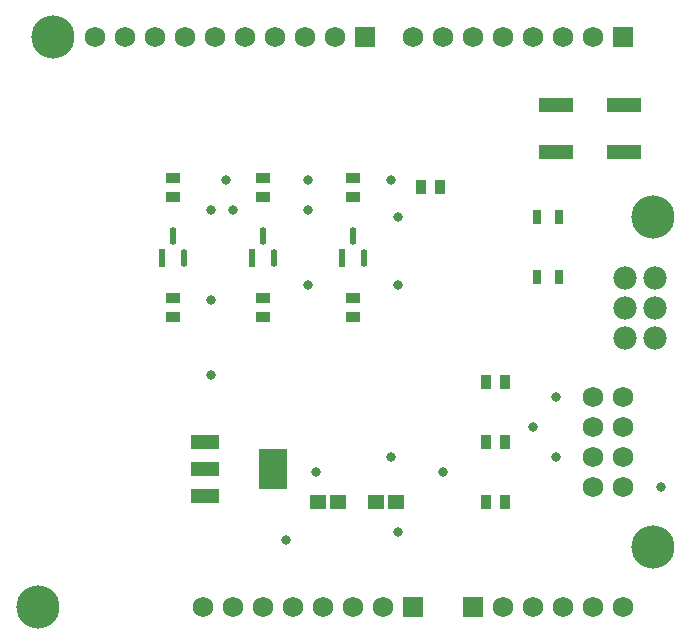
<source format=gts>
G04*
G04 #@! TF.GenerationSoftware,Altium Limited,Altium Designer,26.2.0 (7)*
G04*
G04 Layer_Color=8388736*
%FSLAX44Y44*%
%MOMM*%
G71*
G04*
G04 #@! TF.SameCoordinates,07046FA8-F61C-4276-8BF4-9B4F64F1D9A8*
G04*
G04*
G04 #@! TF.FilePolarity,Negative*
G04*
G01*
G75*
%ADD13R,1.2621X0.8081*%
G04:AMPARAMS|DCode=14|XSize=1.5242mm|YSize=0.578mm|CornerRadius=0.289mm|HoleSize=0mm|Usage=FLASHONLY|Rotation=90.000|XOffset=0mm|YOffset=0mm|HoleType=Round|Shape=RoundedRectangle|*
%AMROUNDEDRECTD14*
21,1,1.5242,0.0000,0,0,90.0*
21,1,0.9463,0.5780,0,0,90.0*
1,1,0.5780,0.0000,0.4731*
1,1,0.5780,0.0000,-0.4731*
1,1,0.5780,0.0000,-0.4731*
1,1,0.5780,0.0000,0.4731*
%
%ADD14ROUNDEDRECTD14*%
%ADD15R,0.5780X1.5242*%
%ADD16R,0.7000X1.3000*%
%ADD17R,1.4532X1.3032*%
%ADD18R,2.3532X3.4532*%
%ADD19R,2.3532X1.1532*%
%ADD20R,3.0032X1.2032*%
%ADD21R,0.8081X1.2621*%
%ADD22C,1.7272*%
%ADD23R,1.7272X1.7272*%
%ADD24C,3.6572*%
%ADD25C,1.9812*%
%ADD26C,0.8128*%
D13*
X406400Y287420D02*
D03*
Y271380D02*
D03*
X330200Y287420D02*
D03*
X406400Y389020D02*
D03*
X330200Y271380D02*
D03*
X254000D02*
D03*
Y287420D02*
D03*
Y389020D02*
D03*
X406400Y372980D02*
D03*
X330200D02*
D03*
Y389020D02*
D03*
X254000Y372980D02*
D03*
D14*
X406400Y339302D02*
D03*
X415900Y321098D02*
D03*
X339700D02*
D03*
X254000Y339302D02*
D03*
X263500Y321098D02*
D03*
X330200Y339302D02*
D03*
D15*
X396900Y321098D02*
D03*
X320700D02*
D03*
X244500D02*
D03*
D16*
X562000Y304800D02*
D03*
X581000Y355600D02*
D03*
X562000D02*
D03*
X581000Y304800D02*
D03*
D17*
X442840Y114300D02*
D03*
X393700D02*
D03*
X376700D02*
D03*
X425840D02*
D03*
D18*
X338880Y142240D02*
D03*
D19*
X280880D02*
D03*
Y119240D02*
D03*
Y165240D02*
D03*
D20*
X577850Y450850D02*
D03*
X635850D02*
D03*
Y410850D02*
D03*
X577850D02*
D03*
D21*
X535070Y114300D02*
D03*
X519030D02*
D03*
Y215900D02*
D03*
Y165100D02*
D03*
X535070D02*
D03*
Y215900D02*
D03*
X479590Y381000D02*
D03*
X463550D02*
D03*
D22*
X609600Y203200D02*
D03*
X584200Y508000D02*
D03*
X609600Y127000D02*
D03*
X635000D02*
D03*
X355600Y25400D02*
D03*
X609600Y177800D02*
D03*
Y152400D02*
D03*
X635000Y203200D02*
D03*
Y177800D02*
D03*
Y152400D02*
D03*
X533400Y25400D02*
D03*
X558800D02*
D03*
X584200D02*
D03*
X609600D02*
D03*
X635000D02*
D03*
X391160Y508000D02*
D03*
X365760D02*
D03*
X340360D02*
D03*
X314960D02*
D03*
X289560D02*
D03*
X264160D02*
D03*
X238760D02*
D03*
X213360D02*
D03*
X187960D02*
D03*
X558800D02*
D03*
X533400D02*
D03*
X508000D02*
D03*
X482600D02*
D03*
X457200D02*
D03*
X609600D02*
D03*
X381000Y25400D02*
D03*
X330200D02*
D03*
X304800D02*
D03*
X279400D02*
D03*
X431800D02*
D03*
X406400D02*
D03*
D23*
X635000Y508000D02*
D03*
X508000Y25400D02*
D03*
X416560Y508000D02*
D03*
X457200Y25400D02*
D03*
D24*
X660400Y355600D02*
D03*
X139700Y25400D02*
D03*
X152400Y508000D02*
D03*
X660400Y76200D02*
D03*
D25*
X636400Y304300D02*
D03*
X661800D02*
D03*
X636400Y278900D02*
D03*
X661800D02*
D03*
X636400Y253500D02*
D03*
X661800D02*
D03*
D26*
X666750Y127000D02*
D03*
X577850Y152400D02*
D03*
Y203200D02*
D03*
X558800Y177800D02*
D03*
X349250Y82550D02*
D03*
X444500Y88900D02*
D03*
Y355600D02*
D03*
X438150Y387350D02*
D03*
X368300D02*
D03*
Y361950D02*
D03*
X298450Y387350D02*
D03*
X285750Y361950D02*
D03*
X304800D02*
D03*
X444500Y298450D02*
D03*
X368300D02*
D03*
X438150Y152400D02*
D03*
X374650Y139700D02*
D03*
X285750Y285750D02*
D03*
Y222250D02*
D03*
X482600Y139700D02*
D03*
M02*

</source>
